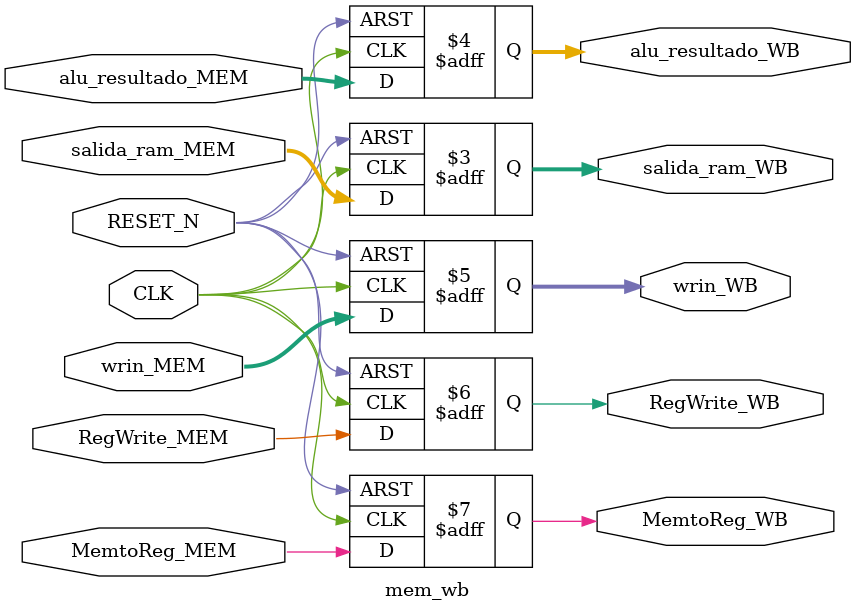
<source format=sv>
module mem_wb #(parameter size = 32)
(
input CLK, RESET_N,
input [size-1:0] salida_ram_MEM, alu_resultado_MEM,
input [4:0] wrin_MEM,
input RegWrite_MEM, MemtoReg_MEM,
output logic [size-1:0] salida_ram_WB, alu_resultado_WB,
output logic [4:0] wrin_WB,
output logic RegWrite_WB, MemtoReg_WB
);

always @(posedge CLK, negedge RESET_N)
	if (!RESET_N)
		begin
		salida_ram_WB <= 0;
		alu_resultado_WB <= 0;
		wrin_WB <= 0;
		RegWrite_WB <= 0;
		MemtoReg_WB <= 0;
		end
	else
		begin
		salida_ram_WB <= salida_ram_MEM;
		alu_resultado_WB <= alu_resultado_MEM;
		wrin_WB <= wrin_MEM;
		RegWrite_WB <= RegWrite_MEM;
		MemtoReg_WB <= MemtoReg_MEM;	
		end
		
endmodule 
</source>
